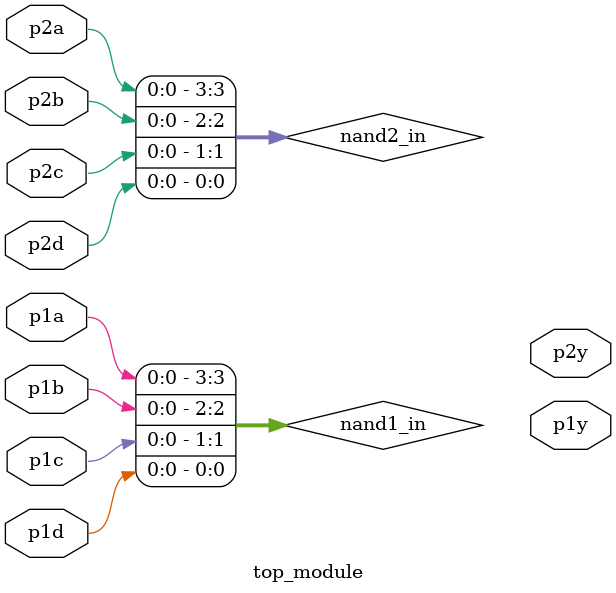
<source format=sv>
module top_module(
	input p1a, 
	input p1b, 
	input p1c, 
	input p1d, 
	output p1y, 
	input p2a, 
	input p2b, 
	input p2c, 
	input p2d, 
	output p2y
);

wire [3:0] nand1_in;
wire [3:0] nand2_in;

assign nand1_in = {p1a, p1b, p1c, p1d};
assign nand2_in = {p2a, p2b, p2c, p2d};

nand #4 nand1(.a(nand1_in), .y(p1y));
nand #4 nand2(.a(nand2_in), .y(p2y));

endmodule

</source>
